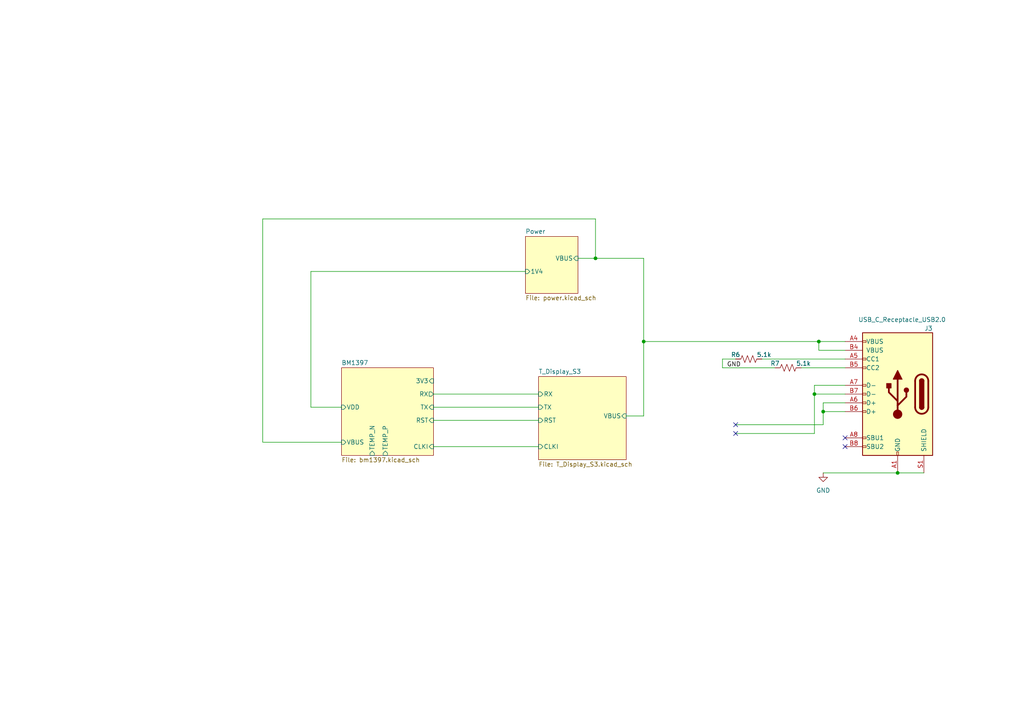
<source format=kicad_sch>
(kicad_sch (version 20231120) (generator "eeschema") (generator_version "8.0")
  (paper "A4")
  (lib_symbols
    (symbol "Device:R_US" (pin_numbers hide) (pin_names (offset 0))
      (property "Reference" "R" (at 2.54 0 90))
      (property "Value" "R_US" (at -2.54 0 90))
      (symbol "R_US_0_1"
        (polyline (pts (xy 0 -2.286) (xy 0 -2.54)))
        (polyline (pts (xy 0 2.286) (xy 0 2.54)))
        (polyline (pts (xy 0 -0.762) (xy 1.016 -1.143) (xy 0 -1.524) (xy -1.016 -1.905) (xy 0 -2.286)))
        (polyline (pts (xy 0 0.762) (xy 1.016 0.381) (xy 0 0) (xy -1.016 -0.381) (xy 0 -0.762)))
        (polyline (pts (xy 0 2.286) (xy 1.016 1.905) (xy 0 1.524) (xy -1.016 1.143) (xy 0 0.762)))
      )
      (symbol "R_US_1_1"
        (pin passive line (at 0 3.81 270) (length 1.27) (name "~") (number "1"))
        (pin passive line (at 0 -3.81 90) (length 1.27) (name "~") (number "2"))
      )
    )
    (symbol "bitaxe:USB_C_Receptacle_USB2.0" (pin_names (offset 1.016))
      (property "Reference" "J" (at -10.16 19.05 0))
      (property "Value" "USB_C_Receptacle_USB2.0" (at 19.05 19.05 0))
      (symbol "USB_C_Receptacle_USB2.0_0_0"
        (rectangle (start -0.254 -17.78) (end 0.254 -16.764))
        (rectangle (start 10.16 -14.986) (end 9.144 -15.494))
        (rectangle (start 10.16 -12.446) (end 9.144 -12.954))
        (rectangle (start 10.16 -4.826) (end 9.144 -5.334))
        (rectangle (start 10.16 -2.286) (end 9.144 -2.794))
        (rectangle (start 10.16 0.254) (end 9.144 -0.254))
        (rectangle (start 10.16 2.794) (end 9.144 2.286))
        (rectangle (start 10.16 7.874) (end 9.144 7.366))
        (rectangle (start 10.16 10.414) (end 9.144 9.906))
        (rectangle (start 10.16 15.494) (end 9.144 14.986))
      )
      (symbol "USB_C_Receptacle_USB2.0_0_1"
        (rectangle (start -10.16 17.78) (end 10.16 -17.78) (stroke (width 0.254)) (fill (type background)))
        (arc (start -8.89 -3.81) (mid -6.985 -5.7067) (end -5.08 -3.81) (stroke (width 0.508)))
        (arc (start -7.62 -3.81) (mid -6.985 -4.4423) (end -6.35 -3.81) (stroke (width 0.254)))
        (arc (start -7.62 -3.81) (mid -6.985 -4.4423) (end -6.35 -3.81) (stroke (width 0.254)) (fill (type outline)))
        (rectangle (start -7.62 -3.81) (end -6.35 3.81) (stroke (width 0.254)) (fill (type outline)))
        (arc (start -6.35 3.81) (mid -6.985 4.4423) (end -7.62 3.81) (stroke (width 0.254)))
        (arc (start -6.35 3.81) (mid -6.985 4.4423) (end -7.62 3.81) (stroke (width 0.254)) (fill (type outline)))
        (arc (start -5.08 3.81) (mid -6.985 5.7067) (end -8.89 3.81) (stroke (width 0.508)))
        (circle (center -2.54 1.143) (radius 0.635) (stroke (width 0.254)) (fill (type outline)))
        (circle (center 0 -5.842) (radius 1.27) (fill (type outline)))
        (polyline (pts (xy -8.89 -3.81) (xy -8.89 3.81)) (stroke (width 0.508)))
        (polyline (pts (xy -5.08 3.81) (xy -5.08 -3.81)) (stroke (width 0.508)))
        (polyline (pts (xy 0 -5.842) (xy 0 4.318)) (stroke (width 0.508)))
        (polyline (pts (xy 0 -3.302) (xy -2.54 -0.762) (xy -2.54 0.508)) (stroke (width 0.508)))
        (polyline (pts (xy 0 -2.032) (xy 2.54 0.508) (xy 2.54 1.778)) (stroke (width 0.508)))
        (polyline (pts (xy -1.27 4.318) (xy 0 6.858) (xy 1.27 4.318) (xy -1.27 4.318)) (stroke (width 0.254)) (fill (type outline)))
        (rectangle (start 1.905 1.778) (end 3.175 3.048) (stroke (width 0.254)) (fill (type outline)))
      )
      (symbol "USB_C_Receptacle_USB2.0_1_1"
        (pin passive line (at 0 -22.86 90) (length 5.08) (name "GND") (number "A1"))
        (pin passive line (at 15.24 15.24 180) (length 5.08) (name "VBUS") (number "A4"))
        (pin bidirectional line (at 15.24 10.16 180) (length 5.08) (name "CC1") (number "A5"))
        (pin bidirectional line (at 15.24 -2.54 180) (length 5.08) (name "D+") (number "A6"))
        (pin bidirectional line (at 15.24 2.54 180) (length 5.08) (name "D-") (number "A7"))
        (pin bidirectional line (at 15.24 -12.7 180) (length 5.08) (name "SBU1") (number "A8"))
        (pin passive line (at 0 -22.86 90) (length 5.08) hide (name "GND") (number "B1"))
        (pin passive line (at 15.24 12.7 180) (length 5.08) (name "VBUS") (number "B4"))
        (pin bidirectional line (at 15.24 7.62 180) (length 5.08) (name "CC2") (number "B5"))
        (pin bidirectional line (at 15.24 -5.08 180) (length 5.08) (name "D+") (number "B6"))
        (pin bidirectional line (at 15.24 0 180) (length 5.08) (name "D-") (number "B7"))
        (pin bidirectional line (at 15.24 -15.24 180) (length 5.08) (name "SBU2") (number "B8"))
        (pin passive line (at -7.62 -22.86 90) (length 5.08) (name "SHIELD") (number "S1"))
      )
    )
    (symbol "power:GND" (power) (pin_numbers hide) (pin_names (offset 0) hide)
      (property "Value" "GND" (at 0 -3.81 0))
      (symbol "GND_0_1"
        (polyline (pts (xy 0 0) (xy 0 -1.27) (xy 1.27 -1.27) (xy 0 -2.54) (xy -1.27 -1.27) (xy 0 -1.27)))
      )
      (symbol "GND_1_1"
        (pin power_in line (at 0 0 270) (length 0) (name "~") (number "1"))
      )
    )
  )
  (junction (at 172.72 74.93))
  (junction (at 238.76 119.38))
  (junction (at 236.22 114.3))
  (junction (at 260.35 137.16))
  (junction (at 186.69 99.06))
  (junction (at 237.49 99.06))
  (no_connect (at 213.36 125.73))
  (no_connect (at 213.36 123.19))
  (no_connect (at 245.11 127))
  (no_connect (at 245.11 129.54))
  (wire (pts (xy 172.72 74.93) (xy 172.72 63.5)))
  (wire (pts (xy 232.41 106.68) (xy 245.11 106.68)))
  (wire (pts (xy 238.76 116.84) (xy 245.11 116.84)))
  (wire (pts (xy 181.61 120.65) (xy 186.69 120.65)))
  (wire (pts (xy 76.2 128.27) (xy 99.06 128.27)))
  (wire (pts (xy 238.76 119.38) (xy 245.11 119.38)))
  (wire (pts (xy 236.22 111.76) (xy 236.22 114.3)))
  (wire (pts (xy 238.76 137.16) (xy 260.35 137.16)))
  (wire (pts (xy 224.79 106.68) (xy 209.55 106.68)))
  (wire (pts (xy 236.22 114.3) (xy 236.22 125.73)))
  (wire (pts (xy 236.22 114.3) (xy 245.11 114.3)))
  (wire (pts (xy 213.36 125.73) (xy 236.22 125.73)))
  (wire (pts (xy 152.4 78.74) (xy 90.17 78.74)))
  (wire (pts (xy 125.73 118.11) (xy 156.21 118.11)))
  (wire (pts (xy 209.55 106.68) (xy 209.55 104.14)))
  (wire (pts (xy 76.2 63.5) (xy 76.2 128.27)))
  (wire (pts (xy 172.72 74.93) (xy 167.64 74.93)))
  (wire (pts (xy 237.49 99.06) (xy 237.49 101.6)))
  (wire (pts (xy 237.49 101.6) (xy 245.11 101.6)))
  (wire (pts (xy 172.72 63.5) (xy 76.2 63.5)))
  (wire (pts (xy 220.98 104.14) (xy 245.11 104.14)))
  (wire (pts (xy 245.11 111.76) (xy 236.22 111.76)))
  (wire (pts (xy 125.73 121.92) (xy 156.21 121.92)))
  (wire (pts (xy 125.73 114.3) (xy 156.21 114.3)))
  (wire (pts (xy 238.76 123.19) (xy 238.76 119.38)))
  (wire (pts (xy 186.69 99.06) (xy 186.69 120.65)))
  (wire (pts (xy 90.17 78.74) (xy 90.17 118.11)))
  (wire (pts (xy 238.76 119.38) (xy 238.76 116.84)))
  (wire (pts (xy 186.69 74.93) (xy 172.72 74.93)))
  (wire (pts (xy 125.73 129.54) (xy 156.21 129.54)))
  (wire (pts (xy 213.36 123.19) (xy 238.76 123.19)))
  (wire (pts (xy 186.69 74.93) (xy 186.69 99.06)))
  (wire (pts (xy 186.69 99.06) (xy 237.49 99.06)))
  (wire (pts (xy 260.35 137.16) (xy 267.97 137.16)))
  (wire (pts (xy 90.17 118.11) (xy 99.06 118.11)))
  (wire (pts (xy 209.55 104.14) (xy 213.36 104.14)))
  (wire (pts (xy 237.49 99.06) (xy 245.11 99.06)))
  (label "GND" (at 210.82 106.68 0))
  (symbol (lib_id "bitaxe:USB_C_Receptacle_USB2.0") (at 260.35 114.3 0) (mirror y) (unit 1)
    (property "Reference" "J3" (at 270.51 95.25 0) (effects (justify left)))
    (property "Value" "USB_C_Receptacle_USB2.0" (at 248.92 92.71 0) (effects (justify right)))
    (property "Footprint" "Connector_USB:USB_C_Receptacle_GCT_USB4105-xx-A_16P_TopMnt_Horizontal" (effects (hide yes)))
    (property "Datasheet" "https://www.usb.org/sites/default/files/documents/usb_type-c.zip" (effects (hide yes)))
    (property "DK" "2073-USB4105-GF-ACT-ND" (effects (hide yes)))
    (property "PARTNO" "USB4105-GF-A" (effects (hide yes)))
  )
  (symbol (lib_id "power:GND") (at 238.76 137.16 0) (unit 1)
    (property "Reference" "#PWR04" (effects (hide yes)))
    (property "Value" "GND" (at 238.76 142.24 0))
    (property "Description" "Power symbol creates a global label with name \"GND\" , ground" (effects (hide yes)))
  )
  (symbol (lib_id "Device:R_US") (at 217.17 104.14 90) (unit 1)
    (property "Reference" "R6" (at 213.36 102.87 90))
    (property "Value" "5.1k" (at 221.615 102.87 90))
    (property "Footprint" "Resistor_SMD:R_0402_1005Metric" (effects (hide yes)))
    (property "DK" "RMCF0402JT5K10CT-ND" (effects (hide yes)))
    (property "PARTNO" "RMCF0402JT5K10" (effects (hide yes)))
  )
  (symbol (lib_id "Device:R_US") (at 228.6 106.68 90) (unit 1)
    (property "Reference" "R7" (at 224.79 105.41 90))
    (property "Value" "5.1k" (at 233.045 105.41 90))
    (property "Footprint" "Resistor_SMD:R_0402_1005Metric" (effects (hide yes)))
    (property "DK" "RMCF0402JT5K10CT-ND" (effects (hide yes)))
    (property "PARTNO" "RMCF0402JT5K10" (effects (hide yes)))
  )
  (sheet (at 99.06 106.68) (size 26.67 25.4) (stroke (width 0.1524)) (fill (color 255 255 194 1.0000))
    (property "Sheetname" "BM1397" (at 99.06 105.9684 0) (effects (justify left bottom)))
    (property "Sheetfile" "bm1397.kicad_sch" (at 99.06 132.6646 0) (effects (justify left top)))
    (pin "VDD" input (at 99.06 118.11 180))
    (pin "TEMP_N" input (at 107.95 132.08 270))
    (pin "TEMP_P" input (at 111.76 132.08 270))
    (pin "TX" input (at 125.73 118.11 0))
    (pin "3V3" input (at 125.73 110.49 0))
    (pin "RX" output (at 125.73 114.3 0))
    (pin "RST" input (at 125.73 121.92 0))
    (pin "CLKI" input (at 125.73 129.54 0))
    (pin "VBUS" input (at 99.06 128.27 180))
  )
  (sheet (at 152.4 68.58) (size 15.24 16.51) (stroke (width 0.1524)) (fill (color 255 255 194 1.0000))
    (property "Sheetname" "Power" (at 152.4 67.8684 0) (effects (justify left bottom)))
    (property "Sheetfile" "power.kicad_sch" (at 152.4 85.6746 0) (effects (justify left top)))
    (pin "VBUS" input (at 167.64 74.93 0))
    (pin "1V4" input (at 152.4 78.74 180))
  )
  (sheet (at 156.21 109.22) (size 25.4 24.13) (stroke (width 0.1524)) (fill (color 255 255 194 1.0000))
    (property "Sheetname" "T_Display_S3" (at 156.21 108.5084 0) (effects (justify left bottom)))
    (property "Sheetfile" "T_Display_S3.kicad_sch" (at 156.21 133.9346 0) (effects (justify left top)))
    (pin "VBUS" input (at 181.61 120.65 0))
    (pin "RX" input (at 156.21 114.3 180))
    (pin "TX" input (at 156.21 118.11 180))
    (pin "RST" input (at 156.21 121.92 180))
    (pin "CLKI" input (at 156.21 129.54 180))
  )
)
</source>
